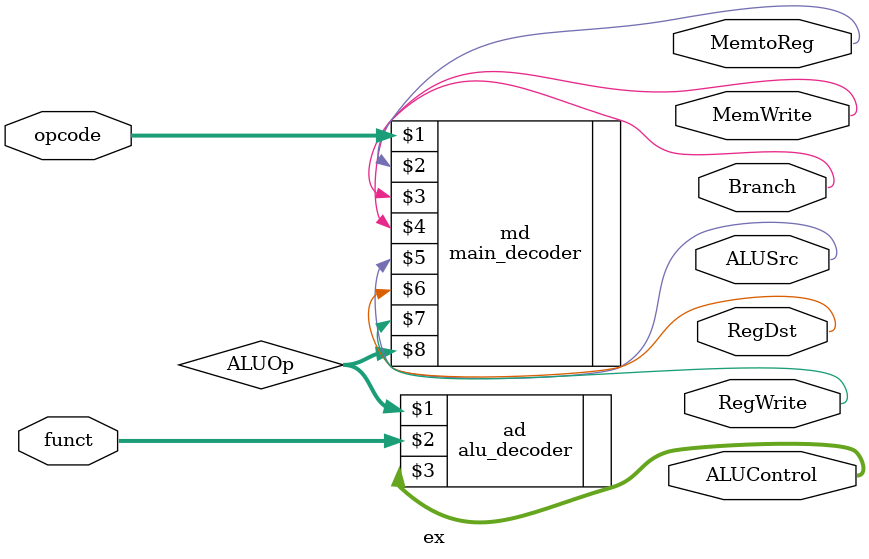
<source format=v>
module ex(
	input [5:0] opcode, funct,
	output MemtoReg, MemWrite, Branch, ALUSrc, RegDst, RegWrite,
 	output [2:0] ALUControl
);

	wire [1:0] ALUOp;

	main_decoder md(opcode, MemtoReg, MemWrite, Branch, ALUSrc, RegDst, RegWrite, ALUOp);
	alu_decoder ad(ALUOp, funct, ALUControl);

endmodule
</source>
